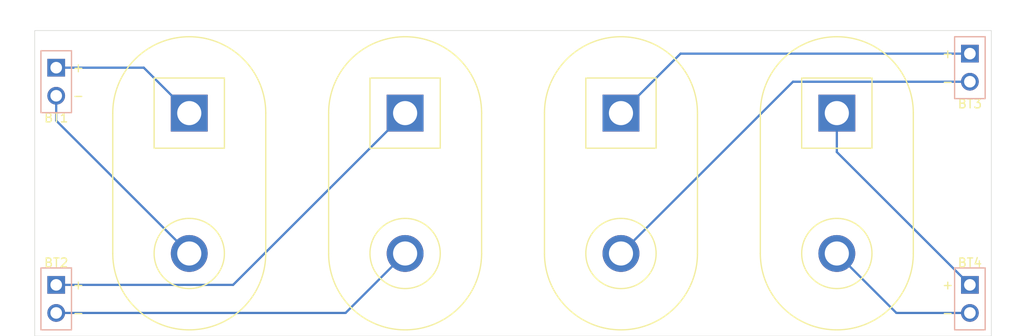
<source format=kicad_pcb>
(kicad_pcb (version 20241229) (generator "pcbnew") (generator_version "9.0")
  (layers (0 "F.Cu" signal) (2 "B.Cu" signal) (13 "F.Paste" user) (15 "B.Paste" user) (5 "F.SilkS" user "F.Silkscreen") (7 "B.SilkS" user "B.Silkscreen") (1 "F.Mask" user) (3 "B.Mask" user) (25 "Edge.Cuts" user))
  (net 0 "")
  (net 1 "Net-(J1-Pin_1)")
  (net 2 "Net-(J1-Pin_2)")
  (net 3 "Net-(J2-Pin_1)")
  (net 4 "Net-(J2-Pin_2)")
  (net 5 "Net-(J5-+)")
  (net 6 "Net-(J5--)")
  (net 7 "Net-(J6--)")
  (net 8 "Net-(J6-+)")
  (footprint "Connector_Custom:Keystone_968" (layer "F.Cu") (at 122.48 100.16 -90)
    (property "Reference" "J3" (hide yes))
    (property "Value" "Keystone_968")
    (fp_line (start -6.35 6.91) (end 6.35 6.91) (stroke (width 0.12)) (layer "F.SilkS"))
    (fp_line (start 6.35 -6.91) (end -6.35 -6.91) (stroke (width 0.12)) (layer "F.SilkS"))
    (fp_rect (start -9.525 -3.175) (end -3.175 3.175) (stroke (width 0.12)) (fill no) (layer "F.SilkS"))
    (fp_arc (start -6.35 6.91) (mid -13.26 0) (end -6.35 -6.91) (stroke (width 0.12)) (layer "F.SilkS"))
    (fp_arc (start 6.35 -6.91) (mid 13.26 0) (end 6.35 6.91) (stroke (width 0.12)) (layer "F.SilkS"))
    (fp_circle (center 6.35 0) (end 9.525 0) (stroke (width 0.12)) (fill no) (layer "F.SilkS"))
    (pad "1" thru_hole rect (at -6.35 0 270) (size 3.33 3.33) (drill 2.18) (layers "*.Cu" "*.Mask") (net 1 "Net-(J1-Pin_1)"))
    (pad "2" thru_hole circle (at 6.35 0 270) (size 3.33 3.33) (drill 2.18) (layers "*.Cu" "*.Mask") (net 2 "Net-(J1-Pin_2)"))
  )
  (footprint "Connector_Custom:Keystone_968" (layer "F.Cu") (at 180.98 100.16 -90)
    (property "Reference" "J6" (hide yes))
    (property "Value" "Keystone_968")
    (fp_line (start -6.35 6.91) (end 6.35 6.91) (stroke (width 0.12)) (layer "F.SilkS"))
    (fp_line (start 6.35 -6.91) (end -6.35 -6.91) (stroke (width 0.12)) (layer "F.SilkS"))
    (fp_rect (start -9.525 -3.175) (end -3.175 3.175) (stroke (width 0.12)) (fill no) (layer "F.SilkS"))
    (fp_arc (start -6.35 6.91) (mid -13.26 0) (end -6.35 -6.91) (stroke (width 0.12)) (layer "F.SilkS"))
    (fp_arc (start 6.35 -6.91) (mid 13.26 0) (end 6.35 6.91) (stroke (width 0.12)) (layer "F.SilkS"))
    (fp_circle (center 6.35 0) (end 9.525 0) (stroke (width 0.12)) (fill no) (layer "F.SilkS"))
    (pad "1" thru_hole rect (at -6.35 0 270) (size 3.33 3.33) (drill 2.18) (layers "*.Cu" "*.Mask") (net 8 "Net-(J6-+)"))
    (pad "2" thru_hole circle (at 6.35 0 270) (size 3.33 3.33) (drill 2.18) (layers "*.Cu" "*.Mask") (net 7 "Net-(J6--)"))
  )
  (footprint "Connector_Custom:Keystone_968" (layer "F.Cu") (at 141.98 100.16 -90)
    (property "Reference" "J4" (hide yes))
    (property "Value" "Keystone_968")
    (fp_line (start -6.35 6.91) (end 6.35 6.91) (stroke (width 0.12)) (layer "F.SilkS"))
    (fp_line (start 6.35 -6.91) (end -6.35 -6.91) (stroke (width 0.12)) (layer "F.SilkS"))
    (fp_rect (start -9.525 -3.175) (end -3.175 3.175) (stroke (width 0.12)) (fill no) (layer "F.SilkS"))
    (fp_arc (start -6.35 6.91) (mid -13.26 0) (end -6.35 -6.91) (stroke (width 0.12)) (layer "F.SilkS"))
    (fp_arc (start 6.35 -6.91) (mid 13.26 0) (end 6.35 6.91) (stroke (width 0.12)) (layer "F.SilkS"))
    (fp_circle (center 6.35 0) (end 9.525 0) (stroke (width 0.12)) (fill no) (layer "F.SilkS"))
    (pad "1" thru_hole rect (at -6.35 0 270) (size 3.33 3.33) (drill 2.18) (layers "*.Cu" "*.Mask") (net 3 "Net-(J2-Pin_1)"))
    (pad "2" thru_hole circle (at 6.35 0 270) (size 3.33 3.33) (drill 2.18) (layers "*.Cu" "*.Mask") (net 4 "Net-(J2-Pin_2)"))
  )
  (footprint "Connector_Custom:Keystone_968" (layer "F.Cu") (at 161.48 100.16 -90)
    (property "Reference" "J5" (hide yes))
    (property "Value" "Keystone_968")
    (fp_line (start -6.35 6.91) (end 6.35 6.91) (stroke (width 0.12)) (layer "F.SilkS"))
    (fp_line (start 6.35 -6.91) (end -6.35 -6.91) (stroke (width 0.12)) (layer "F.SilkS"))
    (fp_rect (start -9.525 -3.175) (end -3.175 3.175) (stroke (width 0.12)) (fill no) (layer "F.SilkS"))
    (fp_arc (start -6.35 6.91) (mid -13.26 0) (end -6.35 -6.91) (stroke (width 0.12)) (layer "F.SilkS"))
    (fp_arc (start 6.35 -6.91) (mid 13.26 0) (end 6.35 6.91) (stroke (width 0.12)) (layer "F.SilkS"))
    (fp_circle (center 6.35 0) (end 9.525 0) (stroke (width 0.12)) (fill no) (layer "F.SilkS"))
    (pad "1" thru_hole rect (at -6.35 0 270) (size 3.33 3.33) (drill 2.18) (layers "*.Cu" "*.Mask") (net 5 "Net-(J5-+)"))
    (pad "2" thru_hole circle (at 6.35 0 270) (size 3.33 3.33) (drill 2.18) (layers "*.Cu" "*.Mask") (net 6 "Net-(J5--)"))
  )
  (footprint "Connector_Custom:PinHeader_1x2" (layer "B.Cu") (at 193 89.7 180)
    (property "Reference" "J7" (hide yes))
    (property "Value" "Conn_01x02_Pin")
    (fp_rect (start -1.38 2.8) (end 1.38 -2.8) (stroke (width 0.12)) (fill no) (layer "B.SilkS"))
    (pad "1" thru_hole rect (at 0 1.27 180) (size 1.6 1.6) (drill 1.05) (layers "*.Cu" "*.Mask") (net 5 "Net-(J5-+)"))
    (pad "2" thru_hole circle (at 0 -1.27 180) (size 1.6 1.6) (drill 1.05) (layers "*.Cu" "*.Mask") (net 6 "Net-(J5--)"))
  )
  (footprint "Connector_Custom:PinHeader_1x2" (layer "B.Cu") (at 110.46 110.62 180)
    (property "Reference" "J2" (hide yes))
    (property "Value" "Conn_01x02_Pin")
    (fp_rect (start -1.38 2.8) (end 1.38 -2.8) (stroke (width 0.12)) (fill no) (layer "B.SilkS"))
    (pad "1" thru_hole rect (at 0 1.27 180) (size 1.6 1.6) (drill 1.05) (layers "*.Cu" "*.Mask") (net 3 "Net-(J2-Pin_1)"))
    (pad "2" thru_hole circle (at 0 -1.27 180) (size 1.6 1.6) (drill 1.05) (layers "*.Cu" "*.Mask") (net 4 "Net-(J2-Pin_2)"))
  )
  (footprint "Connector_Custom:PinHeader_1x2" (layer "B.Cu") (at 193 110.62 180)
    (property "Reference" "J8" (hide yes))
    (property "Value" "Conn_01x02_Pin")
    (fp_rect (start -1.38 2.8) (end 1.38 -2.8) (stroke (width 0.12)) (fill no) (layer "B.SilkS"))
    (pad "1" thru_hole rect (at 0 1.27 180) (size 1.6 1.6) (drill 1.05) (layers "*.Cu" "*.Mask") (net 8 "Net-(J6-+)"))
    (pad "2" thru_hole circle (at 0 -1.27 180) (size 1.6 1.6) (drill 1.05) (layers "*.Cu" "*.Mask") (net 7 "Net-(J6--)"))
  )
  (footprint "Connector_Custom:PinHeader_1x2" (layer "B.Cu") (at 110.46 90.97 180)
    (property "Reference" "J1" (hide yes))
    (property "Value" "Conn_01x02_Pin")
    (fp_rect (start -1.38 2.8) (end 1.38 -2.8) (stroke (width 0.12)) (fill no) (layer "B.SilkS"))
    (pad "1" thru_hole rect (at 0 1.27 180) (size 1.6 1.6) (drill 1.05) (layers "*.Cu" "*.Mask") (net 1 "Net-(J1-Pin_1)"))
    (pad "2" thru_hole circle (at 0 -1.27 180) (size 1.6 1.6) (drill 1.05) (layers "*.Cu" "*.Mask") (net 2 "Net-(J1-Pin_2)"))
  )
  (gr_rect (start 108.52 86.34) (end 194.94 113.98) (stroke (width 0.05)) (fill no) (layer "Edge.Cuts"))
  (gr_text "BT1" (at 110.46 94.24 0) (layer "F.SilkS") (effects (font (size 0.8 0.8) (thickness 0.12))))
  (gr_text "+" (at 191 109.35 0) (layer "F.SilkS") (effects (font (size 0.8 0.8) (thickness 0.12))))
  (gr_text "BT2" (at 110.46 107.35 0) (layer "F.SilkS") (effects (font (size 0.8 0.8) (thickness 0.12))))
  (gr_text "BT3" (at 193 92.97 0) (layer "F.SilkS") (effects (font (size 0.8 0.8) (thickness 0.12))))
  (gr_text "-" (at 191 90.97 0) (layer "F.SilkS") (effects (font (size 0.8 0.8) (thickness 0.12))))
  (gr_text "-" (at 191 111.89 0) (layer "F.SilkS") (effects (font (size 0.8 0.8) (thickness 0.12))))
  (gr_text "-" (at 112.46 92.24 0) (layer "F.SilkS") (effects (font (size 0.8 0.8) (thickness 0.12))))
  (gr_text "-" (at 112.46 111.89 0) (layer "F.SilkS") (effects (font (size 0.8 0.8) (thickness 0.12))))
  (gr_text "BT4" (at 193 107.35 0) (layer "F.SilkS") (effects (font (size 0.8 0.8) (thickness 0.12))))
  (gr_text "+" (at 191 88.43 0) (layer "F.SilkS") (effects (font (size 0.8 0.8) (thickness 0.12))))
  (gr_text "+" (at 112.46 109.35 0) (layer "F.SilkS") (effects (font (size 0.8 0.8) (thickness 0.12))))
  (gr_text "+" (at 112.46 89.7 0) (layer "F.SilkS") (effects (font (size 0.8 0.8) (thickness 0.12))))
  (segment (start 110.46 89.7) (end 118.37 89.7) (width 0.2) (layer "B.Cu") (net 1))
  (segment (start 118.37 89.7) (end 122.48 93.81) (width 0.2) (layer "B.Cu") (net 1))
  (segment (start 122.48 106.51) (end 110.46 94.49) (width 0.2) (layer "B.Cu") (net 2))
  (segment (start 110.46 94.49) (end 110.46 92.24) (width 0.2) (layer "B.Cu") (net 2))
  (segment (start 126.44 109.35) (end 110.46 109.35) (width 0.2) (layer "B.Cu") (net 3))
  (segment (start 141.98 93.81) (end 126.44 109.35) (width 0.2) (layer "B.Cu") (net 3))
  (segment (start 136.6 111.89) (end 110.46 111.89) (width 0.2) (layer "B.Cu") (net 4))
  (segment (start 141.98 106.51) (end 136.6 111.89) (width 0.2) (layer "B.Cu") (net 4))
  (segment (start 166.86 88.43) (end 193 88.43) (width 0.2) (layer "B.Cu") (net 5))
  (segment (start 161.48 93.81) (end 166.86 88.43) (width 0.2) (layer "B.Cu") (net 5))
  (segment (start 161.48 106.51) (end 177.02 90.97) (width 0.2) (layer "B.Cu") (net 6))
  (segment (start 177.02 90.97) (end 193 90.97) (width 0.2) (layer "B.Cu") (net 6))
  (segment (start 180.98 106.51) (end 186.36 111.89) (width 0.2) (layer "B.Cu") (net 7))
  (segment (start 186.36 111.89) (end 193 111.89) (width 0.2) (layer "B.Cu") (net 7))
  (segment (start 180.98 97.33) (end 193 109.35) (width 0.2) (layer "B.Cu") (net 8))
  (segment (start 180.98 93.81) (end 180.98 97.33) (width 0.2) (layer "B.Cu") (net 8))
)
</source>
